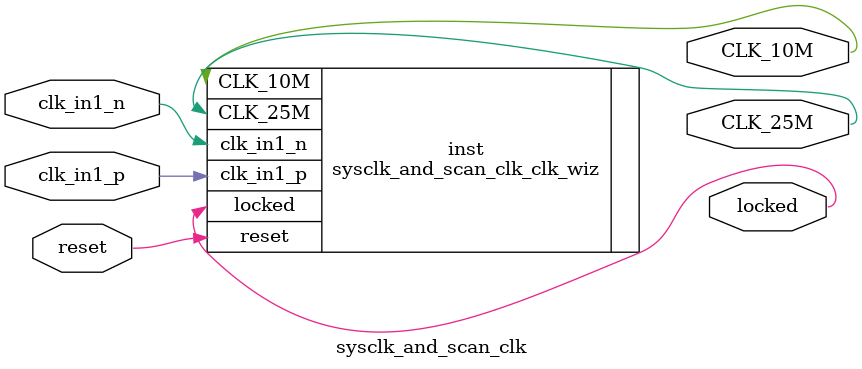
<source format=v>


`timescale 1ps/1ps

(* CORE_GENERATION_INFO = "sysclk_and_scan_clk,clk_wiz_v6_0_6_0_0,{component_name=sysclk_and_scan_clk,use_phase_alignment=true,use_min_o_jitter=false,use_max_i_jitter=false,use_dyn_phase_shift=false,use_inclk_switchover=false,use_dyn_reconfig=false,enable_axi=0,feedback_source=FDBK_AUTO,PRIMITIVE=MMCM,num_out_clk=2,clkin1_period=5.000,clkin2_period=10.0,use_power_down=false,use_reset=true,use_locked=true,use_inclk_stopped=false,feedback_type=SINGLE,CLOCK_MGR_TYPE=NA,manual_override=false}" *)

module sysclk_and_scan_clk 
 (
  // Clock out ports
  output        CLK_25M,
  output        CLK_10M,
  // Status and control signals
  input         reset,
  output        locked,
 // Clock in ports
  input         clk_in1_p,
  input         clk_in1_n
 );

  sysclk_and_scan_clk_clk_wiz inst
  (
  // Clock out ports  
  .CLK_25M(CLK_25M),
  .CLK_10M(CLK_10M),
  // Status and control signals               
  .reset(reset), 
  .locked(locked),
 // Clock in ports
  .clk_in1_p(clk_in1_p),
  .clk_in1_n(clk_in1_n)
  );

endmodule

</source>
